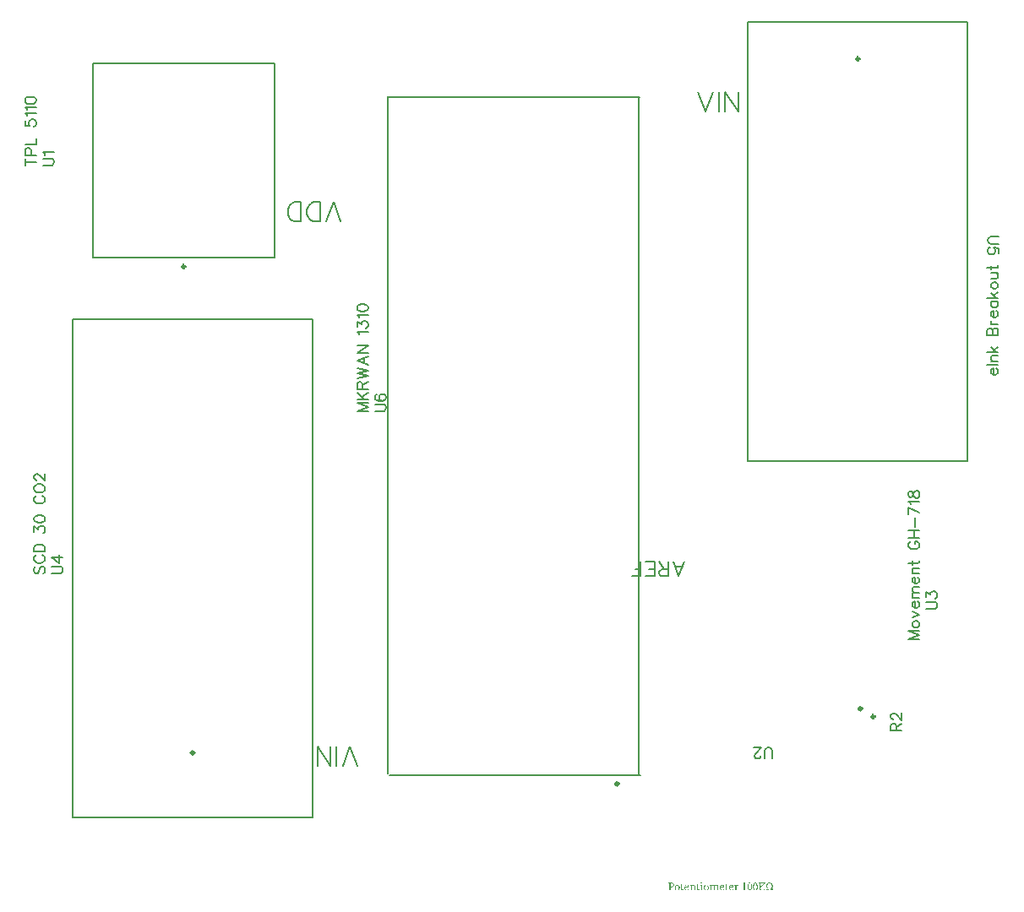
<source format=gto>
G04 Layer: TopSilkscreenLayer*
G04 EasyEDA v6.5.22, 2023-01-26 08:19:38*
G04 8426a333df6747daab18ef12c2f6586b,10*
G04 Gerber Generator version 0.2*
G04 Scale: 100 percent, Rotated: No, Reflected: No *
G04 Dimensions in millimeters *
G04 leading zeros omitted , absolute positions ,4 integer and 5 decimal *
%FSLAX45Y45*%
%MOMM*%

%ADD10C,0.1524*%
%ADD11C,0.2032*%
%ADD12C,0.3000*%

%LPD*%
G36*
X1988312Y-4173728D02*
G01*
X1985467Y-4174236D01*
X1983079Y-4175607D01*
X1981504Y-4177792D01*
X1980946Y-4180586D01*
X1981504Y-4183379D01*
X1983079Y-4185513D01*
X1985467Y-4186936D01*
X1988312Y-4187444D01*
X1991055Y-4186936D01*
X1993290Y-4185564D01*
X1994865Y-4183379D01*
X1995424Y-4180586D01*
X1994865Y-4177792D01*
X1993290Y-4175607D01*
X1991055Y-4174236D01*
G37*
G36*
X2670556Y-4178300D02*
G01*
X2664206Y-4178858D01*
X2658211Y-4180484D01*
X2652674Y-4183227D01*
X2647797Y-4186986D01*
X2643784Y-4191812D01*
X2640685Y-4197604D01*
X2638755Y-4204360D01*
X2638044Y-4212082D01*
X2638450Y-4217365D01*
X2639669Y-4222445D01*
X2641549Y-4227220D01*
X2644038Y-4231741D01*
X2647086Y-4235958D01*
X2650591Y-4239818D01*
X2654452Y-4243425D01*
X2658618Y-4246626D01*
X2642870Y-4246626D01*
X2640076Y-4235704D01*
X2634488Y-4235704D01*
X2635504Y-4254500D01*
X2665222Y-4254500D01*
X2665222Y-4247642D01*
X2661513Y-4244289D01*
X2658211Y-4240530D01*
X2655316Y-4236415D01*
X2652928Y-4231944D01*
X2650998Y-4227271D01*
X2649626Y-4222343D01*
X2648762Y-4217263D01*
X2648458Y-4212082D01*
X2648813Y-4206087D01*
X2649931Y-4200601D01*
X2651760Y-4195673D01*
X2654249Y-4191406D01*
X2657449Y-4187951D01*
X2661208Y-4185310D01*
X2665577Y-4183684D01*
X2670556Y-4183126D01*
X2675534Y-4183684D01*
X2679954Y-4185310D01*
X2683764Y-4187951D01*
X2686964Y-4191406D01*
X2689504Y-4195673D01*
X2691384Y-4200601D01*
X2692501Y-4206087D01*
X2692908Y-4212082D01*
X2692603Y-4217263D01*
X2691688Y-4222343D01*
X2690266Y-4227271D01*
X2688285Y-4231944D01*
X2685846Y-4236415D01*
X2682951Y-4240530D01*
X2679598Y-4244289D01*
X2675890Y-4247642D01*
X2675890Y-4254500D01*
X2705862Y-4254500D01*
X2706878Y-4235704D01*
X2701036Y-4235704D01*
X2698496Y-4246626D01*
X2682748Y-4246626D01*
X2686913Y-4243425D01*
X2690723Y-4239818D01*
X2694178Y-4235958D01*
X2697175Y-4231741D01*
X2699664Y-4227220D01*
X2701493Y-4222445D01*
X2702661Y-4217365D01*
X2703068Y-4212082D01*
X2702356Y-4204360D01*
X2700426Y-4197604D01*
X2697327Y-4191812D01*
X2693263Y-4186986D01*
X2688437Y-4183227D01*
X2682900Y-4180484D01*
X2676906Y-4178858D01*
G37*
G36*
X2472182Y-4178554D02*
G01*
X2467762Y-4179062D01*
X2463444Y-4180636D01*
X2459482Y-4183329D01*
X2455875Y-4187240D01*
X2452878Y-4192422D01*
X2450592Y-4199026D01*
X2449068Y-4207052D01*
X2448560Y-4216654D01*
X2458466Y-4216654D01*
X2458770Y-4207560D01*
X2459634Y-4200144D01*
X2460955Y-4194251D01*
X2462631Y-4189780D01*
X2464714Y-4186529D01*
X2467051Y-4184396D01*
X2469540Y-4183227D01*
X2472182Y-4182872D01*
X2474722Y-4183227D01*
X2477160Y-4184396D01*
X2479395Y-4186529D01*
X2481376Y-4189780D01*
X2483002Y-4194251D01*
X2484272Y-4200144D01*
X2485085Y-4207560D01*
X2485390Y-4216654D01*
X2485085Y-4226102D01*
X2484272Y-4233824D01*
X2483002Y-4239920D01*
X2481376Y-4244543D01*
X2479395Y-4247896D01*
X2477160Y-4250131D01*
X2474722Y-4251350D01*
X2472182Y-4251706D01*
X2469540Y-4251350D01*
X2467051Y-4250131D01*
X2464714Y-4247896D01*
X2462631Y-4244543D01*
X2460955Y-4239920D01*
X2459634Y-4233824D01*
X2458770Y-4226102D01*
X2458466Y-4216654D01*
X2448560Y-4216654D01*
X2449068Y-4226610D01*
X2450592Y-4234891D01*
X2452878Y-4241749D01*
X2455875Y-4247083D01*
X2459482Y-4251147D01*
X2463444Y-4253890D01*
X2467762Y-4255516D01*
X2472182Y-4256024D01*
X2476550Y-4255516D01*
X2480716Y-4253890D01*
X2484628Y-4251147D01*
X2488133Y-4247083D01*
X2491079Y-4241749D01*
X2493314Y-4234891D01*
X2494788Y-4226610D01*
X2495296Y-4216654D01*
X2494788Y-4207052D01*
X2493314Y-4199026D01*
X2491079Y-4192422D01*
X2488133Y-4187240D01*
X2484628Y-4183329D01*
X2480716Y-4180636D01*
X2476550Y-4179062D01*
G37*
G36*
X2527808Y-4178554D02*
G01*
X2523388Y-4179062D01*
X2519121Y-4180636D01*
X2515158Y-4183329D01*
X2511653Y-4187240D01*
X2508707Y-4192422D01*
X2506421Y-4199026D01*
X2504948Y-4207052D01*
X2504440Y-4216654D01*
X2514346Y-4216654D01*
X2514650Y-4207560D01*
X2515463Y-4200144D01*
X2516733Y-4194251D01*
X2518410Y-4189780D01*
X2520442Y-4186529D01*
X2522728Y-4184396D01*
X2525166Y-4183227D01*
X2527808Y-4182872D01*
X2530348Y-4183227D01*
X2532786Y-4184396D01*
X2535021Y-4186529D01*
X2537002Y-4189780D01*
X2538628Y-4194251D01*
X2539898Y-4200144D01*
X2540711Y-4207560D01*
X2541016Y-4216654D01*
X2540711Y-4226102D01*
X2539898Y-4233824D01*
X2538628Y-4239920D01*
X2537002Y-4244543D01*
X2535021Y-4247896D01*
X2532786Y-4250131D01*
X2530348Y-4251350D01*
X2527808Y-4251706D01*
X2525166Y-4251350D01*
X2522728Y-4250131D01*
X2520442Y-4247896D01*
X2518410Y-4244543D01*
X2516733Y-4239920D01*
X2515463Y-4233824D01*
X2514650Y-4226102D01*
X2514346Y-4216654D01*
X2504440Y-4216654D01*
X2504948Y-4226610D01*
X2506421Y-4234891D01*
X2508707Y-4241749D01*
X2511653Y-4247083D01*
X2515158Y-4251147D01*
X2519121Y-4253890D01*
X2523388Y-4255516D01*
X2527808Y-4256024D01*
X2532176Y-4255516D01*
X2536393Y-4253890D01*
X2540355Y-4251147D01*
X2543860Y-4247083D01*
X2546858Y-4241749D01*
X2549144Y-4234891D01*
X2550668Y-4226610D01*
X2551176Y-4216654D01*
X2550668Y-4207052D01*
X2549144Y-4199026D01*
X2546858Y-4192422D01*
X2543860Y-4187240D01*
X2540355Y-4183329D01*
X2536393Y-4180636D01*
X2532176Y-4179062D01*
G37*
G36*
X2420620Y-4178808D02*
G01*
X2397760Y-4184904D01*
X2397760Y-4188714D01*
X2412746Y-4187444D01*
X2412492Y-4248912D01*
X2396744Y-4250944D01*
X2396744Y-4254500D01*
X2437638Y-4254500D01*
X2437638Y-4250944D01*
X2422144Y-4248912D01*
X2421940Y-4239920D01*
X2421890Y-4196080D01*
X2422144Y-4180078D01*
G37*
G36*
X1656080Y-4180078D02*
G01*
X1656080Y-4183887D01*
X1666239Y-4184904D01*
X1666493Y-4220210D01*
X1676654Y-4220210D01*
X1676907Y-4184396D01*
X1684020Y-4184396D01*
X1692605Y-4185564D01*
X1698650Y-4189018D01*
X1702155Y-4194556D01*
X1703324Y-4202176D01*
X1702257Y-4209491D01*
X1698802Y-4215180D01*
X1692706Y-4218889D01*
X1683766Y-4220210D01*
X1666493Y-4220210D01*
X1666239Y-4249420D01*
X1656080Y-4250690D01*
X1656080Y-4254500D01*
X1687575Y-4254500D01*
X1687575Y-4250690D01*
X1676907Y-4249420D01*
X1676654Y-4224782D01*
X1682496Y-4224782D01*
X1690319Y-4224324D01*
X1696923Y-4222953D01*
X1702307Y-4220819D01*
X1706575Y-4218076D01*
X1709826Y-4214672D01*
X1712010Y-4210862D01*
X1713331Y-4206646D01*
X1713738Y-4202176D01*
X1713331Y-4197451D01*
X1712010Y-4193133D01*
X1709877Y-4189374D01*
X1706829Y-4186174D01*
X1702917Y-4183583D01*
X1698091Y-4181652D01*
X1692402Y-4180484D01*
X1685798Y-4180078D01*
G37*
G36*
X2560574Y-4180078D02*
G01*
X2560574Y-4183887D01*
X2570988Y-4184904D01*
X2571242Y-4227474D01*
X2570988Y-4249420D01*
X2560574Y-4250690D01*
X2560574Y-4254500D01*
X2591816Y-4254500D01*
X2591816Y-4250690D01*
X2581148Y-4249420D01*
X2581148Y-4228592D01*
X2592070Y-4215384D01*
X2610612Y-4249420D01*
X2601214Y-4250690D01*
X2601214Y-4254500D01*
X2629916Y-4254500D01*
X2629916Y-4250690D01*
X2621280Y-4249674D01*
X2598166Y-4208272D01*
X2616962Y-4185158D01*
X2627630Y-4183887D01*
X2627630Y-4180078D01*
X2601976Y-4180078D01*
X2601976Y-4183887D01*
X2610866Y-4185412D01*
X2581148Y-4222242D01*
X2581148Y-4184904D01*
X2591816Y-4183887D01*
X2591816Y-4180078D01*
G37*
G36*
X1788668Y-4186428D02*
G01*
X1785620Y-4201414D01*
X1775714Y-4202684D01*
X1775714Y-4206748D01*
X1785112Y-4206748D01*
X1785112Y-4242816D01*
X1785975Y-4248759D01*
X1788414Y-4252874D01*
X1792376Y-4255262D01*
X1797812Y-4256024D01*
X1801774Y-4255617D01*
X1805228Y-4254449D01*
X1808124Y-4252569D01*
X1810512Y-4250182D01*
X1808480Y-4247642D01*
X1806346Y-4249115D01*
X1804466Y-4250131D01*
X1802688Y-4250740D01*
X1800860Y-4250944D01*
X1798116Y-4250436D01*
X1796034Y-4248962D01*
X1794713Y-4246321D01*
X1794256Y-4242562D01*
X1794256Y-4206748D01*
X1809496Y-4206748D01*
X1809496Y-4201668D01*
X1794510Y-4201668D01*
X1795018Y-4186428D01*
G37*
G36*
X1948688Y-4186428D02*
G01*
X1945639Y-4201414D01*
X1935734Y-4202684D01*
X1935734Y-4206748D01*
X1945132Y-4206748D01*
X1945132Y-4242816D01*
X1945995Y-4248759D01*
X1948434Y-4252874D01*
X1952396Y-4255262D01*
X1957832Y-4256024D01*
X1961794Y-4255617D01*
X1965248Y-4254449D01*
X1968144Y-4252569D01*
X1970532Y-4250182D01*
X1968500Y-4247642D01*
X1966366Y-4249115D01*
X1964486Y-4250131D01*
X1962708Y-4250740D01*
X1960880Y-4250944D01*
X1958136Y-4250436D01*
X1956054Y-4248962D01*
X1954733Y-4246321D01*
X1954275Y-4242562D01*
X1954275Y-4206748D01*
X1969516Y-4206748D01*
X1969516Y-4201668D01*
X1954530Y-4201668D01*
X1955038Y-4186428D01*
G37*
G36*
X2236216Y-4186428D02*
G01*
X2233422Y-4201414D01*
X2223516Y-4202684D01*
X2223516Y-4206748D01*
X2232914Y-4206748D01*
X2232660Y-4242816D01*
X2233523Y-4248759D01*
X2236063Y-4252874D01*
X2240076Y-4255262D01*
X2245360Y-4256024D01*
X2249373Y-4255617D01*
X2252878Y-4254449D01*
X2255875Y-4252569D01*
X2258314Y-4250182D01*
X2256028Y-4247642D01*
X2253894Y-4249115D01*
X2252014Y-4250131D01*
X2250236Y-4250740D01*
X2248408Y-4250944D01*
X2245715Y-4250436D01*
X2243734Y-4248962D01*
X2242464Y-4246321D01*
X2242058Y-4242562D01*
X2242058Y-4206748D01*
X2257044Y-4206748D01*
X2257044Y-4201668D01*
X2242058Y-4201668D01*
X2242820Y-4186428D01*
G37*
G36*
X1744980Y-4200144D02*
G01*
X1740103Y-4200601D01*
X1735378Y-4201922D01*
X1731060Y-4204157D01*
X1727200Y-4207306D01*
X1723948Y-4211269D01*
X1721459Y-4216095D01*
X1719884Y-4221784D01*
X1719325Y-4228338D01*
X1729486Y-4228338D01*
X1730502Y-4218076D01*
X1733499Y-4210608D01*
X1738375Y-4206036D01*
X1744980Y-4204462D01*
X1751431Y-4206036D01*
X1756206Y-4210608D01*
X1759204Y-4218076D01*
X1760220Y-4228338D01*
X1759204Y-4238396D01*
X1756206Y-4245711D01*
X1751431Y-4250182D01*
X1744980Y-4251706D01*
X1738375Y-4250182D01*
X1733499Y-4245762D01*
X1730502Y-4238396D01*
X1729486Y-4228338D01*
X1719325Y-4228338D01*
X1719884Y-4234789D01*
X1721459Y-4240377D01*
X1723948Y-4245152D01*
X1727200Y-4249064D01*
X1731060Y-4252061D01*
X1735378Y-4254246D01*
X1740103Y-4255566D01*
X1744980Y-4256024D01*
X1749806Y-4255566D01*
X1754428Y-4254246D01*
X1758696Y-4252061D01*
X1762556Y-4249013D01*
X1765757Y-4245152D01*
X1768246Y-4240377D01*
X1769821Y-4234789D01*
X1770380Y-4228338D01*
X1769821Y-4221784D01*
X1768195Y-4216095D01*
X1765706Y-4211269D01*
X1762455Y-4207306D01*
X1758594Y-4204157D01*
X1754327Y-4201922D01*
X1749704Y-4200601D01*
G37*
G36*
X1841500Y-4200144D02*
G01*
X1836470Y-4200652D01*
X1831746Y-4202176D01*
X1827428Y-4204614D01*
X1823669Y-4207916D01*
X1820519Y-4211980D01*
X1818132Y-4216857D01*
X1816607Y-4222394D01*
X1816516Y-4223512D01*
X1826006Y-4223512D01*
X1827834Y-4214977D01*
X1831390Y-4209034D01*
X1836013Y-4205579D01*
X1840992Y-4204462D01*
X1846021Y-4205528D01*
X1849983Y-4208373D01*
X1852523Y-4212488D01*
X1853438Y-4217416D01*
X1853184Y-4219854D01*
X1852218Y-4221784D01*
X1850339Y-4223054D01*
X1847342Y-4223512D01*
X1816516Y-4223512D01*
X1816100Y-4228592D01*
X1816557Y-4234738D01*
X1817928Y-4240174D01*
X1820113Y-4244848D01*
X1823059Y-4248810D01*
X1826717Y-4251909D01*
X1830984Y-4254144D01*
X1835861Y-4255566D01*
X1841246Y-4256024D01*
X1848154Y-4255109D01*
X1853996Y-4252518D01*
X1858721Y-4248505D01*
X1862328Y-4243324D01*
X1860042Y-4241800D01*
X1856892Y-4244949D01*
X1853387Y-4247438D01*
X1849272Y-4249064D01*
X1844293Y-4249674D01*
X1836826Y-4248302D01*
X1831035Y-4244136D01*
X1827225Y-4237228D01*
X1825752Y-4227576D01*
X1861566Y-4227576D01*
X1862124Y-4224934D01*
X1862328Y-4221480D01*
X1860804Y-4212590D01*
X1856486Y-4205884D01*
X1849882Y-4201617D01*
G37*
G36*
X1909572Y-4200144D02*
G01*
X1904238Y-4200855D01*
X1898954Y-4202988D01*
X1893976Y-4206240D01*
X1889506Y-4210558D01*
X1888489Y-4201414D01*
X1886966Y-4200398D01*
X1871472Y-4206494D01*
X1871472Y-4209796D01*
X1880107Y-4210812D01*
X1880463Y-4217263D01*
X1880565Y-4235399D01*
X1880362Y-4249928D01*
X1871980Y-4250944D01*
X1871980Y-4254500D01*
X1897634Y-4254500D01*
X1897634Y-4250944D01*
X1890014Y-4249928D01*
X1889810Y-4240225D01*
X1889760Y-4214622D01*
X1893976Y-4211218D01*
X1897888Y-4208932D01*
X1901596Y-4207662D01*
X1905254Y-4207256D01*
X1909521Y-4207967D01*
X1912416Y-4210253D01*
X1914093Y-4214418D01*
X1914652Y-4220718D01*
X1914398Y-4249928D01*
X1906016Y-4250944D01*
X1906016Y-4254500D01*
X1931670Y-4254500D01*
X1931670Y-4250944D01*
X1923796Y-4249928D01*
X1923796Y-4220464D01*
X1922881Y-4211269D01*
X1920189Y-4204970D01*
X1915769Y-4201312D01*
G37*
G36*
X2035048Y-4200144D02*
G01*
X2030222Y-4200601D01*
X2025599Y-4201922D01*
X2021332Y-4204157D01*
X2017471Y-4207306D01*
X2014270Y-4211269D01*
X2011781Y-4216095D01*
X2010206Y-4221784D01*
X2009648Y-4228338D01*
X2019807Y-4228338D01*
X2020824Y-4218076D01*
X2023821Y-4210608D01*
X2028596Y-4206036D01*
X2035048Y-4204462D01*
X2041499Y-4206036D01*
X2046274Y-4210608D01*
X2049272Y-4218076D01*
X2050288Y-4228338D01*
X2049272Y-4238396D01*
X2046274Y-4245711D01*
X2041499Y-4250182D01*
X2035048Y-4251706D01*
X2028596Y-4250182D01*
X2023821Y-4245762D01*
X2020824Y-4238396D01*
X2019807Y-4228338D01*
X2009648Y-4228338D01*
X2010206Y-4234789D01*
X2011781Y-4240377D01*
X2014220Y-4245152D01*
X2017420Y-4249064D01*
X2021230Y-4252061D01*
X2025497Y-4254246D01*
X2030171Y-4255566D01*
X2035048Y-4256024D01*
X2039874Y-4255566D01*
X2044496Y-4254246D01*
X2048865Y-4252061D01*
X2052726Y-4249013D01*
X2055977Y-4245152D01*
X2058517Y-4240377D01*
X2060143Y-4234789D01*
X2060702Y-4228338D01*
X2060143Y-4221784D01*
X2058517Y-4216095D01*
X2055977Y-4211269D01*
X2052726Y-4207306D01*
X2048865Y-4204157D01*
X2044496Y-4201922D01*
X2039874Y-4200601D01*
G37*
G36*
X2106930Y-4200144D02*
G01*
X2101748Y-4200855D01*
X2096668Y-4202938D01*
X2091842Y-4206138D01*
X2087372Y-4210304D01*
X2086610Y-4201414D01*
X2085086Y-4200398D01*
X2069338Y-4206494D01*
X2069338Y-4209796D01*
X2078228Y-4210812D01*
X2078431Y-4217263D01*
X2078228Y-4249928D01*
X2070100Y-4250944D01*
X2070100Y-4254500D01*
X2095754Y-4254500D01*
X2095754Y-4250944D01*
X2087880Y-4249928D01*
X2087880Y-4214622D01*
X2091842Y-4211320D01*
X2095550Y-4209034D01*
X2099157Y-4207713D01*
X2102866Y-4207256D01*
X2106980Y-4207967D01*
X2109825Y-4210304D01*
X2111451Y-4214520D01*
X2112010Y-4220972D01*
X2111756Y-4249928D01*
X2103374Y-4250944D01*
X2103374Y-4254500D01*
X2129028Y-4254500D01*
X2129028Y-4250944D01*
X2121408Y-4249928D01*
X2121154Y-4220464D01*
X2120900Y-4214876D01*
X2125065Y-4211320D01*
X2128875Y-4208983D01*
X2132533Y-4207662D01*
X2136140Y-4207256D01*
X2140254Y-4207916D01*
X2143099Y-4210100D01*
X2144725Y-4214215D01*
X2145284Y-4220718D01*
X2145284Y-4249928D01*
X2136902Y-4250944D01*
X2136902Y-4254500D01*
X2162556Y-4254500D01*
X2162556Y-4250944D01*
X2154682Y-4249928D01*
X2154428Y-4219448D01*
X2153513Y-4210659D01*
X2150770Y-4204665D01*
X2146300Y-4201210D01*
X2140204Y-4200144D01*
X2134870Y-4200804D01*
X2129688Y-4202836D01*
X2124760Y-4206138D01*
X2120138Y-4210812D01*
X2118156Y-4206036D01*
X2115362Y-4202734D01*
X2111603Y-4200753D01*
G37*
G36*
X2196338Y-4200144D02*
G01*
X2191308Y-4200652D01*
X2186533Y-4202176D01*
X2182215Y-4204614D01*
X2178354Y-4207916D01*
X2175205Y-4211980D01*
X2172766Y-4216857D01*
X2171242Y-4222394D01*
X2171142Y-4223512D01*
X2180590Y-4223512D01*
X2182520Y-4214977D01*
X2186127Y-4209034D01*
X2190750Y-4205579D01*
X2195830Y-4204462D01*
X2200757Y-4205528D01*
X2204618Y-4208373D01*
X2207107Y-4212488D01*
X2208022Y-4217416D01*
X2207768Y-4219854D01*
X2206904Y-4221784D01*
X2205126Y-4223054D01*
X2202180Y-4223512D01*
X2171142Y-4223512D01*
X2170684Y-4228592D01*
X2171141Y-4234738D01*
X2172512Y-4240174D01*
X2174697Y-4244848D01*
X2177643Y-4248810D01*
X2181301Y-4251909D01*
X2185568Y-4254144D01*
X2190445Y-4255566D01*
X2195830Y-4256024D01*
X2202738Y-4255109D01*
X2208580Y-4252518D01*
X2213305Y-4248505D01*
X2216912Y-4243324D01*
X2214626Y-4241800D01*
X2211578Y-4244949D01*
X2208123Y-4247438D01*
X2204008Y-4249064D01*
X2199132Y-4249674D01*
X2191664Y-4248302D01*
X2185873Y-4244136D01*
X2182063Y-4237228D01*
X2180590Y-4227576D01*
X2216404Y-4227576D01*
X2216962Y-4224934D01*
X2217166Y-4221480D01*
X2215591Y-4212590D01*
X2211222Y-4205884D01*
X2204618Y-4201617D01*
G37*
G36*
X2289302Y-4200144D02*
G01*
X2284272Y-4200652D01*
X2279497Y-4202176D01*
X2275179Y-4204614D01*
X2271318Y-4207916D01*
X2268169Y-4211980D01*
X2265730Y-4216857D01*
X2264206Y-4222394D01*
X2264106Y-4223512D01*
X2273554Y-4223512D01*
X2275484Y-4214977D01*
X2279091Y-4209034D01*
X2283714Y-4205579D01*
X2288794Y-4204462D01*
X2293721Y-4205528D01*
X2297531Y-4208373D01*
X2300071Y-4212488D01*
X2300986Y-4217416D01*
X2300732Y-4219854D01*
X2299868Y-4221784D01*
X2298090Y-4223054D01*
X2295144Y-4223512D01*
X2264106Y-4223512D01*
X2263648Y-4228592D01*
X2264105Y-4234738D01*
X2265476Y-4240174D01*
X2267661Y-4244848D01*
X2270607Y-4248810D01*
X2274265Y-4251909D01*
X2278532Y-4254144D01*
X2283409Y-4255566D01*
X2288794Y-4256024D01*
X2295702Y-4255109D01*
X2301544Y-4252518D01*
X2306269Y-4248505D01*
X2309876Y-4243324D01*
X2307590Y-4241800D01*
X2304542Y-4244949D01*
X2301087Y-4247438D01*
X2296972Y-4249064D01*
X2292096Y-4249674D01*
X2284628Y-4248302D01*
X2278837Y-4244136D01*
X2275027Y-4237228D01*
X2273554Y-4227576D01*
X2309368Y-4227576D01*
X2309926Y-4224934D01*
X2310130Y-4221480D01*
X2308555Y-4212590D01*
X2304186Y-4205884D01*
X2297582Y-4201617D01*
G37*
G36*
X2353564Y-4200144D02*
G01*
X2348941Y-4201160D01*
X2344470Y-4204055D01*
X2340508Y-4208729D01*
X2337308Y-4214876D01*
X2336292Y-4201414D01*
X2334768Y-4200398D01*
X2319020Y-4206494D01*
X2319020Y-4209796D01*
X2327910Y-4210812D01*
X2328113Y-4217263D01*
X2327910Y-4249928D01*
X2319782Y-4250944D01*
X2319782Y-4254500D01*
X2346960Y-4254500D01*
X2346960Y-4250944D01*
X2337562Y-4249674D01*
X2337308Y-4222496D01*
X2339136Y-4217771D01*
X2341270Y-4213809D01*
X2343861Y-4210507D01*
X2346960Y-4207764D01*
X2348484Y-4208780D01*
X2350008Y-4210151D01*
X2351633Y-4211218D01*
X2353360Y-4211828D01*
X2355342Y-4212082D01*
X2358136Y-4211523D01*
X2360117Y-4209999D01*
X2361285Y-4207560D01*
X2361692Y-4204462D01*
X2360269Y-4202633D01*
X2358390Y-4201261D01*
X2356104Y-4200448D01*
G37*
G36*
X1991614Y-4200398D02*
G01*
X1974596Y-4206240D01*
X1974596Y-4209796D01*
X1983486Y-4210558D01*
X1983689Y-4217365D01*
X1983739Y-4249928D01*
X1975104Y-4250944D01*
X1975104Y-4254500D01*
X2000757Y-4254500D01*
X2000757Y-4250944D01*
X1993138Y-4249928D01*
X1992934Y-4240225D01*
X1992884Y-4216146D01*
X1993138Y-4201414D01*
G37*
D10*
X3885669Y-2654711D02*
G01*
X3994635Y-2654711D01*
X3885669Y-2654711D02*
G01*
X3885669Y-2607975D01*
X3890749Y-2592481D01*
X3896083Y-2587147D01*
X3906497Y-2582067D01*
X3916911Y-2582067D01*
X3927325Y-2587147D01*
X3932405Y-2592481D01*
X3937485Y-2607975D01*
X3937485Y-2654711D01*
X3937485Y-2618389D02*
G01*
X3994635Y-2582067D01*
X3911577Y-2542443D02*
G01*
X3906497Y-2542443D01*
X3896083Y-2537363D01*
X3890749Y-2532283D01*
X3885669Y-2521869D01*
X3885669Y-2501041D01*
X3890749Y-2490627D01*
X3896083Y-2485293D01*
X3906497Y-2480213D01*
X3916911Y-2480213D01*
X3927325Y-2485293D01*
X3942819Y-2495707D01*
X3994635Y-2547777D01*
X3994635Y-2475133D01*
X-4789761Y3045797D02*
G01*
X-4680795Y3045797D01*
X-4789761Y3009475D02*
G01*
X-4789761Y3082119D01*
X-4789761Y3116409D02*
G01*
X-4680795Y3116409D01*
X-4789761Y3116409D02*
G01*
X-4789761Y3163145D01*
X-4784681Y3178893D01*
X-4779347Y3183973D01*
X-4768933Y3189053D01*
X-4753439Y3189053D01*
X-4743025Y3183973D01*
X-4737945Y3178893D01*
X-4732611Y3163145D01*
X-4732611Y3116409D01*
X-4789761Y3223343D02*
G01*
X-4680795Y3223343D01*
X-4680795Y3223343D02*
G01*
X-4680795Y3285827D01*
X-4789761Y3462357D02*
G01*
X-4789761Y3410541D01*
X-4743025Y3405207D01*
X-4748105Y3410541D01*
X-4753439Y3426035D01*
X-4753439Y3441783D01*
X-4748105Y3457277D01*
X-4737945Y3467691D01*
X-4722197Y3472771D01*
X-4711783Y3472771D01*
X-4696289Y3467691D01*
X-4685875Y3457277D01*
X-4680795Y3441783D01*
X-4680795Y3426035D01*
X-4685875Y3410541D01*
X-4690955Y3405207D01*
X-4701369Y3400127D01*
X-4768933Y3507061D02*
G01*
X-4774267Y3517475D01*
X-4789761Y3533223D01*
X-4680795Y3533223D01*
X-4768933Y3567513D02*
G01*
X-4774267Y3577673D01*
X-4789761Y3593421D01*
X-4680795Y3593421D01*
X-4789761Y3658953D02*
G01*
X-4784681Y3643205D01*
X-4768933Y3632791D01*
X-4743025Y3627711D01*
X-4727531Y3627711D01*
X-4701369Y3632791D01*
X-4685875Y3643205D01*
X-4680795Y3658953D01*
X-4680795Y3669113D01*
X-4685875Y3684861D01*
X-4701369Y3695275D01*
X-4727531Y3700355D01*
X-4743025Y3700355D01*
X-4768933Y3695275D01*
X-4784681Y3684861D01*
X-4789761Y3669113D01*
X-4789761Y3658953D01*
X-4611961Y3009475D02*
G01*
X-4533983Y3009475D01*
X-4518489Y3014555D01*
X-4508075Y3024969D01*
X-4502995Y3040463D01*
X-4502995Y3050877D01*
X-4508075Y3066625D01*
X-4518489Y3077039D01*
X-4533983Y3082119D01*
X-4611961Y3082119D01*
X-4591133Y3116409D02*
G01*
X-4596467Y3126823D01*
X-4611961Y3142317D01*
X-4502995Y3142317D01*
D11*
X-1626369Y2448821D02*
G01*
X-1700283Y2642623D01*
X-1774197Y2448821D02*
G01*
X-1700283Y2642623D01*
X-1835157Y2448821D02*
G01*
X-1835157Y2642623D01*
X-1835157Y2448821D02*
G01*
X-1899673Y2448821D01*
X-1927359Y2457965D01*
X-1945901Y2476507D01*
X-1955299Y2495049D01*
X-1964443Y2522735D01*
X-1964443Y2568709D01*
X-1955299Y2596649D01*
X-1945901Y2614937D01*
X-1927359Y2633479D01*
X-1899673Y2642623D01*
X-1835157Y2642623D01*
X-2025403Y2448821D02*
G01*
X-2025403Y2642623D01*
X-2025403Y2448821D02*
G01*
X-2089919Y2448821D01*
X-2117859Y2457965D01*
X-2136147Y2476507D01*
X-2145545Y2495049D01*
X-2154689Y2522735D01*
X-2154689Y2568709D01*
X-2145545Y2596649D01*
X-2136147Y2614937D01*
X-2117859Y2633479D01*
X-2089919Y2642623D01*
X-2025403Y2642623D01*
D10*
X4063476Y-1740319D02*
G01*
X4172442Y-1740319D01*
X4063476Y-1740319D02*
G01*
X4172442Y-1698917D01*
X4063476Y-1657261D02*
G01*
X4172442Y-1698917D01*
X4063476Y-1657261D02*
G01*
X4172442Y-1657261D01*
X4099798Y-1597063D02*
G01*
X4105132Y-1607477D01*
X4115292Y-1617891D01*
X4131040Y-1622971D01*
X4141454Y-1622971D01*
X4156948Y-1617891D01*
X4167362Y-1607477D01*
X4172442Y-1597063D01*
X4172442Y-1581315D01*
X4167362Y-1570901D01*
X4156948Y-1560741D01*
X4141454Y-1555407D01*
X4131040Y-1555407D01*
X4115292Y-1560741D01*
X4105132Y-1570901D01*
X4099798Y-1581315D01*
X4099798Y-1597063D01*
X4099798Y-1521117D02*
G01*
X4172442Y-1489875D01*
X4099798Y-1458887D02*
G01*
X4172442Y-1489875D01*
X4131040Y-1424597D02*
G01*
X4131040Y-1362113D01*
X4120626Y-1362113D01*
X4110212Y-1367447D01*
X4105132Y-1372527D01*
X4099798Y-1382941D01*
X4099798Y-1398435D01*
X4105132Y-1408849D01*
X4115292Y-1419263D01*
X4131040Y-1424597D01*
X4141454Y-1424597D01*
X4156948Y-1419263D01*
X4167362Y-1408849D01*
X4172442Y-1398435D01*
X4172442Y-1382941D01*
X4167362Y-1372527D01*
X4156948Y-1362113D01*
X4099798Y-1327823D02*
G01*
X4172442Y-1327823D01*
X4120626Y-1327823D02*
G01*
X4105132Y-1312329D01*
X4099798Y-1301915D01*
X4099798Y-1286421D01*
X4105132Y-1276007D01*
X4120626Y-1270673D01*
X4172442Y-1270673D01*
X4120626Y-1270673D02*
G01*
X4105132Y-1255179D01*
X4099798Y-1244765D01*
X4099798Y-1229271D01*
X4105132Y-1218857D01*
X4120626Y-1213523D01*
X4172442Y-1213523D01*
X4131040Y-1179233D02*
G01*
X4131040Y-1117003D01*
X4120626Y-1117003D01*
X4110212Y-1122083D01*
X4105132Y-1127417D01*
X4099798Y-1137831D01*
X4099798Y-1153325D01*
X4105132Y-1163739D01*
X4115292Y-1174153D01*
X4131040Y-1179233D01*
X4141454Y-1179233D01*
X4156948Y-1174153D01*
X4167362Y-1163739D01*
X4172442Y-1153325D01*
X4172442Y-1137831D01*
X4167362Y-1127417D01*
X4156948Y-1117003D01*
X4099798Y-1082713D02*
G01*
X4172442Y-1082713D01*
X4120626Y-1082713D02*
G01*
X4105132Y-1066965D01*
X4099798Y-1056551D01*
X4099798Y-1041057D01*
X4105132Y-1030643D01*
X4120626Y-1025563D01*
X4172442Y-1025563D01*
X4063476Y-975525D02*
G01*
X4151868Y-975525D01*
X4167362Y-970445D01*
X4172442Y-960031D01*
X4172442Y-949617D01*
X4099798Y-991273D02*
G01*
X4099798Y-954951D01*
X4089384Y-757339D02*
G01*
X4078970Y-762673D01*
X4068556Y-773087D01*
X4063476Y-783501D01*
X4063476Y-804075D01*
X4068556Y-814489D01*
X4078970Y-824903D01*
X4089384Y-830237D01*
X4105132Y-835317D01*
X4131040Y-835317D01*
X4146534Y-830237D01*
X4156948Y-824903D01*
X4167362Y-814489D01*
X4172442Y-804075D01*
X4172442Y-783501D01*
X4167362Y-773087D01*
X4156948Y-762673D01*
X4146534Y-757339D01*
X4131040Y-757339D01*
X4131040Y-783501D02*
G01*
X4131040Y-757339D01*
X4063476Y-723049D02*
G01*
X4172442Y-723049D01*
X4063476Y-650405D02*
G01*
X4172442Y-650405D01*
X4115292Y-723049D02*
G01*
X4115292Y-650405D01*
X4125706Y-616115D02*
G01*
X4125706Y-522643D01*
X4063476Y-415455D02*
G01*
X4172442Y-467525D01*
X4063476Y-488353D02*
G01*
X4063476Y-415455D01*
X4084304Y-381165D02*
G01*
X4078970Y-370751D01*
X4063476Y-355257D01*
X4172442Y-355257D01*
X4063476Y-295059D02*
G01*
X4068556Y-310553D01*
X4078970Y-315887D01*
X4089384Y-315887D01*
X4099798Y-310553D01*
X4105132Y-300139D01*
X4110212Y-279311D01*
X4115292Y-263817D01*
X4125706Y-253403D01*
X4136120Y-248323D01*
X4151868Y-248323D01*
X4162282Y-253403D01*
X4167362Y-258737D01*
X4172442Y-274231D01*
X4172442Y-295059D01*
X4167362Y-310553D01*
X4162282Y-315887D01*
X4151868Y-320967D01*
X4136120Y-320967D01*
X4125706Y-315887D01*
X4115292Y-305473D01*
X4110212Y-289725D01*
X4105132Y-269151D01*
X4099798Y-258737D01*
X4089384Y-253403D01*
X4078970Y-253403D01*
X4068556Y-258737D01*
X4063476Y-274231D01*
X4063476Y-295059D01*
X4241276Y-1435521D02*
G01*
X4319254Y-1435521D01*
X4334748Y-1430441D01*
X4345162Y-1420027D01*
X4350242Y-1404533D01*
X4350242Y-1394119D01*
X4345162Y-1378371D01*
X4334748Y-1367957D01*
X4319254Y-1362877D01*
X4241276Y-1362877D01*
X4241276Y-1318173D02*
G01*
X4241276Y-1261023D01*
X4282932Y-1292265D01*
X4282932Y-1276517D01*
X4288012Y-1266103D01*
X4293092Y-1261023D01*
X4308840Y-1255943D01*
X4319254Y-1255943D01*
X4334748Y-1261023D01*
X4345162Y-1271437D01*
X4350242Y-1286931D01*
X4350242Y-1302679D01*
X4345162Y-1318173D01*
X4340082Y-1323253D01*
X4329668Y-1328587D01*
X-4684097Y-1007280D02*
G01*
X-4694511Y-1017694D01*
X-4699591Y-1033188D01*
X-4699591Y-1054016D01*
X-4694511Y-1069510D01*
X-4684097Y-1079924D01*
X-4673683Y-1079924D01*
X-4663269Y-1074844D01*
X-4657935Y-1069510D01*
X-4652855Y-1059096D01*
X-4642441Y-1028108D01*
X-4637361Y-1017694D01*
X-4632027Y-1012360D01*
X-4621613Y-1007280D01*
X-4606119Y-1007280D01*
X-4595705Y-1017694D01*
X-4590625Y-1033188D01*
X-4590625Y-1054016D01*
X-4595705Y-1069510D01*
X-4606119Y-1079924D01*
X-4673683Y-895012D02*
G01*
X-4684097Y-900346D01*
X-4694511Y-910506D01*
X-4699591Y-920920D01*
X-4699591Y-941748D01*
X-4694511Y-952162D01*
X-4684097Y-962576D01*
X-4673683Y-967656D01*
X-4657935Y-972990D01*
X-4632027Y-972990D01*
X-4616533Y-967656D01*
X-4606119Y-962576D01*
X-4595705Y-952162D01*
X-4590625Y-941748D01*
X-4590625Y-920920D01*
X-4595705Y-910506D01*
X-4606119Y-900346D01*
X-4616533Y-895012D01*
X-4699591Y-860722D02*
G01*
X-4590625Y-860722D01*
X-4699591Y-860722D02*
G01*
X-4699591Y-824400D01*
X-4694511Y-808906D01*
X-4684097Y-798492D01*
X-4673683Y-793158D01*
X-4657935Y-788078D01*
X-4632027Y-788078D01*
X-4616533Y-793158D01*
X-4606119Y-798492D01*
X-4595705Y-808906D01*
X-4590625Y-824400D01*
X-4590625Y-860722D01*
X-4699591Y-663364D02*
G01*
X-4699591Y-606214D01*
X-4657935Y-637456D01*
X-4657935Y-621708D01*
X-4652855Y-611294D01*
X-4647775Y-606214D01*
X-4632027Y-600880D01*
X-4621613Y-600880D01*
X-4606119Y-606214D01*
X-4595705Y-616628D01*
X-4590625Y-632122D01*
X-4590625Y-647616D01*
X-4595705Y-663364D01*
X-4600785Y-668444D01*
X-4611199Y-673778D01*
X-4699591Y-535602D02*
G01*
X-4694511Y-551096D01*
X-4678763Y-561510D01*
X-4652855Y-566590D01*
X-4637361Y-566590D01*
X-4611199Y-561510D01*
X-4595705Y-551096D01*
X-4590625Y-535602D01*
X-4590625Y-525188D01*
X-4595705Y-509440D01*
X-4611199Y-499026D01*
X-4637361Y-493946D01*
X-4652855Y-493946D01*
X-4678763Y-499026D01*
X-4694511Y-509440D01*
X-4699591Y-525188D01*
X-4699591Y-535602D01*
X-4673683Y-301668D02*
G01*
X-4684097Y-307002D01*
X-4694511Y-317416D01*
X-4699591Y-327576D01*
X-4699591Y-348404D01*
X-4694511Y-358818D01*
X-4684097Y-369232D01*
X-4673683Y-374566D01*
X-4657935Y-379646D01*
X-4632027Y-379646D01*
X-4616533Y-374566D01*
X-4606119Y-369232D01*
X-4595705Y-358818D01*
X-4590625Y-348404D01*
X-4590625Y-327576D01*
X-4595705Y-317416D01*
X-4606119Y-307002D01*
X-4616533Y-301668D01*
X-4699591Y-236136D02*
G01*
X-4694511Y-246550D01*
X-4684097Y-256964D01*
X-4673683Y-262298D01*
X-4657935Y-267378D01*
X-4632027Y-267378D01*
X-4616533Y-262298D01*
X-4606119Y-256964D01*
X-4595705Y-246550D01*
X-4590625Y-236136D01*
X-4590625Y-215562D01*
X-4595705Y-205148D01*
X-4606119Y-194734D01*
X-4616533Y-189400D01*
X-4632027Y-184320D01*
X-4657935Y-184320D01*
X-4673683Y-189400D01*
X-4684097Y-194734D01*
X-4694511Y-205148D01*
X-4699591Y-215562D01*
X-4699591Y-236136D01*
X-4673683Y-144696D02*
G01*
X-4678763Y-144696D01*
X-4689177Y-139616D01*
X-4694511Y-134536D01*
X-4699591Y-124122D01*
X-4699591Y-103294D01*
X-4694511Y-92880D01*
X-4689177Y-87546D01*
X-4678763Y-82466D01*
X-4668349Y-82466D01*
X-4657935Y-87546D01*
X-4642441Y-97960D01*
X-4590625Y-150030D01*
X-4590625Y-77386D01*
X-4521791Y-1079924D02*
G01*
X-4443813Y-1079924D01*
X-4428319Y-1074844D01*
X-4417905Y-1064430D01*
X-4412825Y-1048936D01*
X-4412825Y-1038522D01*
X-4417905Y-1022774D01*
X-4428319Y-1012360D01*
X-4443813Y-1007280D01*
X-4521791Y-1007280D01*
X-4521791Y-920920D02*
G01*
X-4449147Y-972990D01*
X-4449147Y-895012D01*
X-4521791Y-920920D02*
G01*
X-4412825Y-920920D01*
D11*
X-1459997Y-3012170D02*
G01*
X-1533911Y-2818368D01*
X-1607825Y-3012170D02*
G01*
X-1533911Y-2818368D01*
X-1668785Y-3012170D02*
G01*
X-1668785Y-2818368D01*
X-1729745Y-3012170D02*
G01*
X-1729745Y-2818368D01*
X-1729745Y-3012170D02*
G01*
X-1859031Y-2818368D01*
X-1859031Y-3012170D02*
G01*
X-1859031Y-2818368D01*
D10*
X4918448Y913899D02*
G01*
X4918448Y976129D01*
X4908034Y976129D01*
X4897620Y971049D01*
X4892540Y965969D01*
X4887206Y955555D01*
X4887206Y939807D01*
X4892540Y929393D01*
X4902700Y918979D01*
X4918448Y913899D01*
X4928862Y913899D01*
X4944356Y918979D01*
X4954770Y929393D01*
X4959850Y939807D01*
X4959850Y955555D01*
X4954770Y965969D01*
X4944356Y976129D01*
X4850884Y1010419D02*
G01*
X4959850Y1010419D01*
X4887206Y1044709D02*
G01*
X4959850Y1044709D01*
X4908034Y1044709D02*
G01*
X4892540Y1060457D01*
X4887206Y1070871D01*
X4887206Y1086365D01*
X4892540Y1096779D01*
X4908034Y1101859D01*
X4959850Y1101859D01*
X4850884Y1136149D02*
G01*
X4959850Y1136149D01*
X4887206Y1188219D02*
G01*
X4939276Y1136149D01*
X4918448Y1156977D02*
G01*
X4959850Y1193299D01*
X4850884Y1307599D02*
G01*
X4959850Y1307599D01*
X4850884Y1307599D02*
G01*
X4850884Y1354589D01*
X4855964Y1370083D01*
X4861298Y1375163D01*
X4871712Y1380497D01*
X4882126Y1380497D01*
X4892540Y1375163D01*
X4897620Y1370083D01*
X4902700Y1354589D01*
X4902700Y1307599D02*
G01*
X4902700Y1354589D01*
X4908034Y1370083D01*
X4913114Y1375163D01*
X4923528Y1380497D01*
X4939276Y1380497D01*
X4949690Y1375163D01*
X4954770Y1370083D01*
X4959850Y1354589D01*
X4959850Y1307599D01*
X4887206Y1414787D02*
G01*
X4959850Y1414787D01*
X4918448Y1414787D02*
G01*
X4902700Y1419867D01*
X4892540Y1430281D01*
X4887206Y1440695D01*
X4887206Y1456189D01*
X4918448Y1490479D02*
G01*
X4918448Y1552963D01*
X4908034Y1552963D01*
X4897620Y1547629D01*
X4892540Y1542549D01*
X4887206Y1532135D01*
X4887206Y1516641D01*
X4892540Y1506227D01*
X4902700Y1495813D01*
X4918448Y1490479D01*
X4928862Y1490479D01*
X4944356Y1495813D01*
X4954770Y1506227D01*
X4959850Y1516641D01*
X4959850Y1532135D01*
X4954770Y1542549D01*
X4944356Y1552963D01*
X4887206Y1649483D02*
G01*
X4959850Y1649483D01*
X4902700Y1649483D02*
G01*
X4892540Y1639069D01*
X4887206Y1628909D01*
X4887206Y1613161D01*
X4892540Y1602747D01*
X4902700Y1592333D01*
X4918448Y1587253D01*
X4928862Y1587253D01*
X4944356Y1592333D01*
X4954770Y1602747D01*
X4959850Y1613161D01*
X4959850Y1628909D01*
X4954770Y1639069D01*
X4944356Y1649483D01*
X4850884Y1683773D02*
G01*
X4959850Y1683773D01*
X4887206Y1735843D02*
G01*
X4939276Y1683773D01*
X4918448Y1704601D02*
G01*
X4959850Y1740923D01*
X4887206Y1801375D02*
G01*
X4892540Y1790961D01*
X4902700Y1780547D01*
X4918448Y1775213D01*
X4928862Y1775213D01*
X4944356Y1780547D01*
X4954770Y1790961D01*
X4959850Y1801375D01*
X4959850Y1816869D01*
X4954770Y1827283D01*
X4944356Y1837697D01*
X4928862Y1842777D01*
X4918448Y1842777D01*
X4902700Y1837697D01*
X4892540Y1827283D01*
X4887206Y1816869D01*
X4887206Y1801375D01*
X4887206Y1877067D02*
G01*
X4939276Y1877067D01*
X4954770Y1882401D01*
X4959850Y1892815D01*
X4959850Y1908309D01*
X4954770Y1918723D01*
X4939276Y1934217D01*
X4887206Y1934217D02*
G01*
X4959850Y1934217D01*
X4850884Y1984255D02*
G01*
X4939276Y1984255D01*
X4954770Y1989335D01*
X4959850Y1999749D01*
X4959850Y2010163D01*
X4887206Y1968507D02*
G01*
X4887206Y2004829D01*
X4965870Y2298123D02*
G01*
X4887892Y2298123D01*
X4872398Y2293043D01*
X4861984Y2282629D01*
X4856904Y2267135D01*
X4856904Y2256721D01*
X4861984Y2240973D01*
X4872398Y2230559D01*
X4887892Y2225479D01*
X4965870Y2225479D01*
X4965870Y2128705D02*
G01*
X4965870Y2180775D01*
X4919134Y2185855D01*
X4924214Y2180775D01*
X4929548Y2165281D01*
X4929548Y2149533D01*
X4924214Y2134039D01*
X4914054Y2123625D01*
X4898306Y2118545D01*
X4887892Y2118545D01*
X4872398Y2123625D01*
X4861984Y2134039D01*
X4856904Y2149533D01*
X4856904Y2165281D01*
X4861984Y2180775D01*
X4867064Y2185855D01*
X4877478Y2191189D01*
D11*
X1955030Y3747777D02*
G01*
X2028944Y3553975D01*
X2102858Y3747777D02*
G01*
X2028944Y3553975D01*
X2163818Y3747777D02*
G01*
X2163818Y3553975D01*
X2224778Y3747777D02*
G01*
X2224778Y3553975D01*
X2224778Y3747777D02*
G01*
X2354064Y3553975D01*
X2354064Y3747777D02*
G01*
X2354064Y3553975D01*
D10*
X-1462361Y545675D02*
G01*
X-1353395Y545675D01*
X-1462361Y545675D02*
G01*
X-1353395Y587077D01*
X-1462361Y628733D02*
G01*
X-1353395Y587077D01*
X-1462361Y628733D02*
G01*
X-1353395Y628733D01*
X-1462361Y663023D02*
G01*
X-1353395Y663023D01*
X-1462361Y735667D02*
G01*
X-1389717Y663023D01*
X-1415625Y688931D02*
G01*
X-1353395Y735667D01*
X-1462361Y769957D02*
G01*
X-1353395Y769957D01*
X-1462361Y769957D02*
G01*
X-1462361Y816693D01*
X-1457281Y832441D01*
X-1451947Y837521D01*
X-1441533Y842855D01*
X-1431119Y842855D01*
X-1420705Y837521D01*
X-1415625Y832441D01*
X-1410545Y816693D01*
X-1410545Y769957D01*
X-1410545Y806533D02*
G01*
X-1353395Y842855D01*
X-1462361Y877145D02*
G01*
X-1353395Y903053D01*
X-1462361Y928961D02*
G01*
X-1353395Y903053D01*
X-1462361Y928961D02*
G01*
X-1353395Y955123D01*
X-1462361Y981031D02*
G01*
X-1353395Y955123D01*
X-1462361Y1056723D02*
G01*
X-1353395Y1015321D01*
X-1462361Y1056723D02*
G01*
X-1353395Y1098379D01*
X-1389717Y1030815D02*
G01*
X-1389717Y1082885D01*
X-1462361Y1132669D02*
G01*
X-1353395Y1132669D01*
X-1462361Y1132669D02*
G01*
X-1353395Y1205313D01*
X-1462361Y1205313D02*
G01*
X-1353395Y1205313D01*
X-1441533Y1319613D02*
G01*
X-1446867Y1330027D01*
X-1462361Y1345775D01*
X-1353395Y1345775D01*
X-1462361Y1390479D02*
G01*
X-1462361Y1447629D01*
X-1420705Y1416387D01*
X-1420705Y1431881D01*
X-1415625Y1442295D01*
X-1410545Y1447629D01*
X-1394797Y1452709D01*
X-1384383Y1452709D01*
X-1368889Y1447629D01*
X-1358475Y1437215D01*
X-1353395Y1421467D01*
X-1353395Y1405973D01*
X-1358475Y1390479D01*
X-1363555Y1385145D01*
X-1373969Y1380065D01*
X-1441533Y1486999D02*
G01*
X-1446867Y1497413D01*
X-1462361Y1512907D01*
X-1353395Y1512907D01*
X-1462361Y1578439D02*
G01*
X-1457281Y1562945D01*
X-1441533Y1552531D01*
X-1415625Y1547197D01*
X-1400131Y1547197D01*
X-1373969Y1552531D01*
X-1358475Y1562945D01*
X-1353395Y1578439D01*
X-1353395Y1588853D01*
X-1358475Y1604347D01*
X-1373969Y1614761D01*
X-1400131Y1620095D01*
X-1415625Y1620095D01*
X-1441533Y1614761D01*
X-1457281Y1604347D01*
X-1462361Y1588853D01*
X-1462361Y1578439D01*
X-1284561Y545675D02*
G01*
X-1206583Y545675D01*
X-1191089Y550755D01*
X-1180675Y561169D01*
X-1175595Y576663D01*
X-1175595Y587077D01*
X-1180675Y602825D01*
X-1191089Y613239D01*
X-1206583Y618319D01*
X-1284561Y618319D01*
X-1269067Y715093D02*
G01*
X-1279481Y709759D01*
X-1284561Y694265D01*
X-1284561Y683851D01*
X-1279481Y668103D01*
X-1263733Y657943D01*
X-1237825Y652609D01*
X-1211917Y652609D01*
X-1191089Y657943D01*
X-1180675Y668103D01*
X-1175595Y683851D01*
X-1175595Y688931D01*
X-1180675Y704679D01*
X-1191089Y715093D01*
X-1206583Y720173D01*
X-1211917Y720173D01*
X-1227411Y715093D01*
X-1237825Y704679D01*
X-1242905Y688931D01*
X-1242905Y683851D01*
X-1237825Y668103D01*
X-1227411Y657943D01*
X-1211917Y652609D01*
D11*
X1760971Y-1107683D02*
G01*
X1816597Y-961379D01*
X1760971Y-1107683D02*
G01*
X1705091Y-961379D01*
X1795769Y-1010147D02*
G01*
X1726173Y-1010147D01*
X1659117Y-1107683D02*
G01*
X1659117Y-961379D01*
X1659117Y-1107683D02*
G01*
X1596633Y-1107683D01*
X1575551Y-1100571D01*
X1568693Y-1093713D01*
X1561835Y-1079743D01*
X1561835Y-1065773D01*
X1568693Y-1051803D01*
X1575551Y-1044945D01*
X1596633Y-1037833D01*
X1659117Y-1037833D01*
X1610349Y-1037833D02*
G01*
X1561835Y-961379D01*
X1515861Y-1107683D02*
G01*
X1515861Y-961379D01*
X1515861Y-1107683D02*
G01*
X1425183Y-1107683D01*
X1515861Y-1037833D02*
G01*
X1459981Y-1037833D01*
X1515861Y-961379D02*
G01*
X1425183Y-961379D01*
X1379209Y-1107683D02*
G01*
X1379209Y-961379D01*
X1379209Y-1107683D02*
G01*
X1288785Y-1107683D01*
X1379209Y-1037833D02*
G01*
X1323583Y-1037833D01*
D10*
X2692908Y-2935239D02*
G01*
X2692908Y-2857261D01*
X2687827Y-2841767D01*
X2677413Y-2831353D01*
X2661665Y-2826273D01*
X2651252Y-2826273D01*
X2635758Y-2831353D01*
X2625343Y-2841767D01*
X2620263Y-2857261D01*
X2620263Y-2935239D01*
X2580640Y-2909331D02*
G01*
X2580640Y-2914411D01*
X2575559Y-2924825D01*
X2570225Y-2930159D01*
X2559811Y-2935239D01*
X2539238Y-2935239D01*
X2528824Y-2930159D01*
X2523490Y-2924825D01*
X2518409Y-2914411D01*
X2518409Y-2903997D01*
X2523490Y-2893583D01*
X2533904Y-2878089D01*
X2585974Y-2826273D01*
X2513075Y-2826273D01*
X-4108787Y2087582D02*
G01*
X-4108787Y4032818D01*
X-2293551Y4032818D01*
X-2293551Y2087582D01*
X-4108787Y2087582D01*
X-4310997Y-3529195D02*
G01*
X-4310997Y1470794D01*
X-1911002Y1470794D01*
X-1911002Y-3529195D01*
X-4310997Y-3529195D01*
X4655228Y4447395D02*
G01*
X4655228Y47404D01*
X2455232Y47404D01*
X2455232Y4447395D01*
X4655228Y4447395D01*
X-1143769Y3695199D02*
G01*
X1371465Y3695199D01*
X1362473Y3701445D02*
G01*
X1362473Y-3083780D01*
X-1152761Y-3083780D02*
G01*
X-1152761Y3701445D01*
X1374856Y-3098192D02*
G01*
X-1140378Y-3098192D01*
D12*
G75*
G01
X-3186151Y1997583D02*
G03X-3186151Y1997583I-15011J0D01*
G75*
G01
X3595649Y-2434717D02*
G03X3595649Y-2434717I-15011J0D01*
G75*
G01
X-3095981Y-2876829D02*
G03X-3095981Y-2876829I-15011J0D01*
G75*
G01
X3570249Y4080002D02*
G03X3570249Y4080002I-15011J0D01*
G75*
G01
X1157249Y-3188208D02*
G03X1157249Y-3188208I-15011J0D01*
G75*
G01
X3723919Y-2515108D02*
G03X3723919Y-2515108I-15011J0D01*
M02*

</source>
